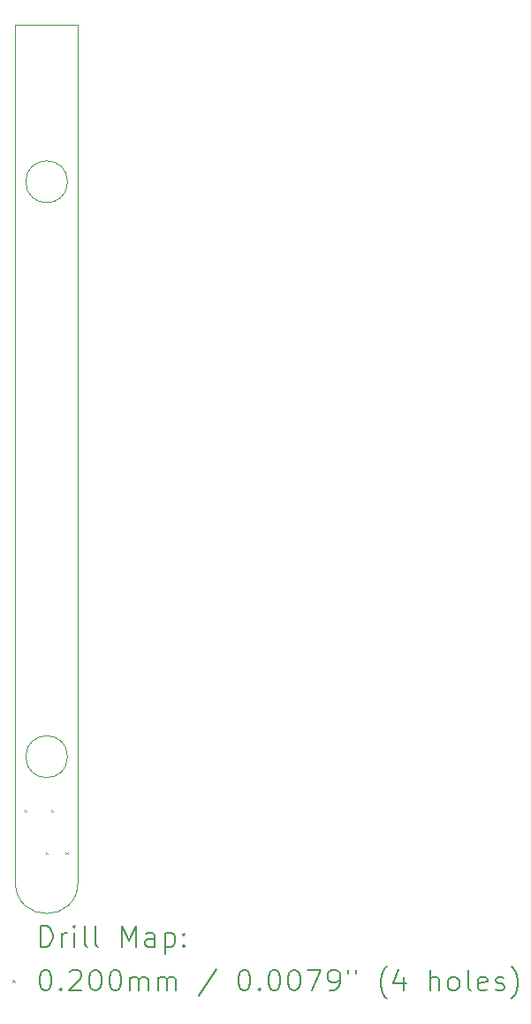
<source format=gbr>
%TF.GenerationSoftware,KiCad,Pcbnew,7.0.1-3b83917a11~172~ubuntu22.04.1*%
%TF.CreationDate,2023-04-18T10:06:11+02:00*%
%TF.ProjectId,part3,70617274-332e-46b6-9963-61645f706362,rev?*%
%TF.SameCoordinates,Original*%
%TF.FileFunction,Drillmap*%
%TF.FilePolarity,Positive*%
%FSLAX45Y45*%
G04 Gerber Fmt 4.5, Leading zero omitted, Abs format (unit mm)*
G04 Created by KiCad (PCBNEW 7.0.1-3b83917a11~172~ubuntu22.04.1) date 2023-04-18 10:06:11*
%MOMM*%
%LPD*%
G01*
G04 APERTURE LIST*
%ADD10C,0.100000*%
%ADD11C,0.200000*%
%ADD12C,0.020000*%
G04 APERTURE END LIST*
D10*
X14701000Y-13153400D02*
X14701000Y-4953400D01*
X14101000Y-13153400D02*
G75*
G03*
X14701000Y-13153400I300000J0D01*
G01*
X14101000Y-13153400D02*
X14101000Y-4953400D01*
X14101000Y-4953400D02*
X14701000Y-4953400D01*
X14601000Y-6453400D02*
G75*
G03*
X14601000Y-6453400I-200000J0D01*
G01*
X14601000Y-11953400D02*
G75*
G03*
X14601000Y-11953400I-200000J0D01*
G01*
D11*
D12*
X14188600Y-12461400D02*
X14208600Y-12481400D01*
X14208600Y-12461400D02*
X14188600Y-12481400D01*
X14391800Y-12867800D02*
X14411800Y-12887800D01*
X14411800Y-12867800D02*
X14391800Y-12887800D01*
X14442600Y-12461400D02*
X14462600Y-12481400D01*
X14462600Y-12461400D02*
X14442600Y-12481400D01*
X14583350Y-12867800D02*
X14603350Y-12887800D01*
X14603350Y-12867800D02*
X14583350Y-12887800D01*
D11*
X14343619Y-13770924D02*
X14343619Y-13570924D01*
X14343619Y-13570924D02*
X14391238Y-13570924D01*
X14391238Y-13570924D02*
X14419809Y-13580448D01*
X14419809Y-13580448D02*
X14438857Y-13599495D01*
X14438857Y-13599495D02*
X14448381Y-13618543D01*
X14448381Y-13618543D02*
X14457905Y-13656638D01*
X14457905Y-13656638D02*
X14457905Y-13685209D01*
X14457905Y-13685209D02*
X14448381Y-13723305D01*
X14448381Y-13723305D02*
X14438857Y-13742352D01*
X14438857Y-13742352D02*
X14419809Y-13761400D01*
X14419809Y-13761400D02*
X14391238Y-13770924D01*
X14391238Y-13770924D02*
X14343619Y-13770924D01*
X14543619Y-13770924D02*
X14543619Y-13637590D01*
X14543619Y-13675686D02*
X14553143Y-13656638D01*
X14553143Y-13656638D02*
X14562667Y-13647114D01*
X14562667Y-13647114D02*
X14581714Y-13637590D01*
X14581714Y-13637590D02*
X14600762Y-13637590D01*
X14667428Y-13770924D02*
X14667428Y-13637590D01*
X14667428Y-13570924D02*
X14657905Y-13580448D01*
X14657905Y-13580448D02*
X14667428Y-13589971D01*
X14667428Y-13589971D02*
X14676952Y-13580448D01*
X14676952Y-13580448D02*
X14667428Y-13570924D01*
X14667428Y-13570924D02*
X14667428Y-13589971D01*
X14791238Y-13770924D02*
X14772190Y-13761400D01*
X14772190Y-13761400D02*
X14762667Y-13742352D01*
X14762667Y-13742352D02*
X14762667Y-13570924D01*
X14896000Y-13770924D02*
X14876952Y-13761400D01*
X14876952Y-13761400D02*
X14867428Y-13742352D01*
X14867428Y-13742352D02*
X14867428Y-13570924D01*
X15124571Y-13770924D02*
X15124571Y-13570924D01*
X15124571Y-13570924D02*
X15191238Y-13713781D01*
X15191238Y-13713781D02*
X15257905Y-13570924D01*
X15257905Y-13570924D02*
X15257905Y-13770924D01*
X15438857Y-13770924D02*
X15438857Y-13666162D01*
X15438857Y-13666162D02*
X15429333Y-13647114D01*
X15429333Y-13647114D02*
X15410286Y-13637590D01*
X15410286Y-13637590D02*
X15372190Y-13637590D01*
X15372190Y-13637590D02*
X15353143Y-13647114D01*
X15438857Y-13761400D02*
X15419809Y-13770924D01*
X15419809Y-13770924D02*
X15372190Y-13770924D01*
X15372190Y-13770924D02*
X15353143Y-13761400D01*
X15353143Y-13761400D02*
X15343619Y-13742352D01*
X15343619Y-13742352D02*
X15343619Y-13723305D01*
X15343619Y-13723305D02*
X15353143Y-13704257D01*
X15353143Y-13704257D02*
X15372190Y-13694733D01*
X15372190Y-13694733D02*
X15419809Y-13694733D01*
X15419809Y-13694733D02*
X15438857Y-13685209D01*
X15534095Y-13637590D02*
X15534095Y-13837590D01*
X15534095Y-13647114D02*
X15553143Y-13637590D01*
X15553143Y-13637590D02*
X15591238Y-13637590D01*
X15591238Y-13637590D02*
X15610286Y-13647114D01*
X15610286Y-13647114D02*
X15619809Y-13656638D01*
X15619809Y-13656638D02*
X15629333Y-13675686D01*
X15629333Y-13675686D02*
X15629333Y-13732828D01*
X15629333Y-13732828D02*
X15619809Y-13751876D01*
X15619809Y-13751876D02*
X15610286Y-13761400D01*
X15610286Y-13761400D02*
X15591238Y-13770924D01*
X15591238Y-13770924D02*
X15553143Y-13770924D01*
X15553143Y-13770924D02*
X15534095Y-13761400D01*
X15715048Y-13751876D02*
X15724571Y-13761400D01*
X15724571Y-13761400D02*
X15715048Y-13770924D01*
X15715048Y-13770924D02*
X15705524Y-13761400D01*
X15705524Y-13761400D02*
X15715048Y-13751876D01*
X15715048Y-13751876D02*
X15715048Y-13770924D01*
X15715048Y-13647114D02*
X15724571Y-13656638D01*
X15724571Y-13656638D02*
X15715048Y-13666162D01*
X15715048Y-13666162D02*
X15705524Y-13656638D01*
X15705524Y-13656638D02*
X15715048Y-13647114D01*
X15715048Y-13647114D02*
X15715048Y-13666162D01*
D12*
X14076000Y-14088400D02*
X14096000Y-14108400D01*
X14096000Y-14088400D02*
X14076000Y-14108400D01*
D11*
X14381714Y-13990924D02*
X14400762Y-13990924D01*
X14400762Y-13990924D02*
X14419809Y-14000448D01*
X14419809Y-14000448D02*
X14429333Y-14009971D01*
X14429333Y-14009971D02*
X14438857Y-14029019D01*
X14438857Y-14029019D02*
X14448381Y-14067114D01*
X14448381Y-14067114D02*
X14448381Y-14114733D01*
X14448381Y-14114733D02*
X14438857Y-14152828D01*
X14438857Y-14152828D02*
X14429333Y-14171876D01*
X14429333Y-14171876D02*
X14419809Y-14181400D01*
X14419809Y-14181400D02*
X14400762Y-14190924D01*
X14400762Y-14190924D02*
X14381714Y-14190924D01*
X14381714Y-14190924D02*
X14362667Y-14181400D01*
X14362667Y-14181400D02*
X14353143Y-14171876D01*
X14353143Y-14171876D02*
X14343619Y-14152828D01*
X14343619Y-14152828D02*
X14334095Y-14114733D01*
X14334095Y-14114733D02*
X14334095Y-14067114D01*
X14334095Y-14067114D02*
X14343619Y-14029019D01*
X14343619Y-14029019D02*
X14353143Y-14009971D01*
X14353143Y-14009971D02*
X14362667Y-14000448D01*
X14362667Y-14000448D02*
X14381714Y-13990924D01*
X14534095Y-14171876D02*
X14543619Y-14181400D01*
X14543619Y-14181400D02*
X14534095Y-14190924D01*
X14534095Y-14190924D02*
X14524571Y-14181400D01*
X14524571Y-14181400D02*
X14534095Y-14171876D01*
X14534095Y-14171876D02*
X14534095Y-14190924D01*
X14619809Y-14009971D02*
X14629333Y-14000448D01*
X14629333Y-14000448D02*
X14648381Y-13990924D01*
X14648381Y-13990924D02*
X14696000Y-13990924D01*
X14696000Y-13990924D02*
X14715048Y-14000448D01*
X14715048Y-14000448D02*
X14724571Y-14009971D01*
X14724571Y-14009971D02*
X14734095Y-14029019D01*
X14734095Y-14029019D02*
X14734095Y-14048067D01*
X14734095Y-14048067D02*
X14724571Y-14076638D01*
X14724571Y-14076638D02*
X14610286Y-14190924D01*
X14610286Y-14190924D02*
X14734095Y-14190924D01*
X14857905Y-13990924D02*
X14876952Y-13990924D01*
X14876952Y-13990924D02*
X14896000Y-14000448D01*
X14896000Y-14000448D02*
X14905524Y-14009971D01*
X14905524Y-14009971D02*
X14915048Y-14029019D01*
X14915048Y-14029019D02*
X14924571Y-14067114D01*
X14924571Y-14067114D02*
X14924571Y-14114733D01*
X14924571Y-14114733D02*
X14915048Y-14152828D01*
X14915048Y-14152828D02*
X14905524Y-14171876D01*
X14905524Y-14171876D02*
X14896000Y-14181400D01*
X14896000Y-14181400D02*
X14876952Y-14190924D01*
X14876952Y-14190924D02*
X14857905Y-14190924D01*
X14857905Y-14190924D02*
X14838857Y-14181400D01*
X14838857Y-14181400D02*
X14829333Y-14171876D01*
X14829333Y-14171876D02*
X14819809Y-14152828D01*
X14819809Y-14152828D02*
X14810286Y-14114733D01*
X14810286Y-14114733D02*
X14810286Y-14067114D01*
X14810286Y-14067114D02*
X14819809Y-14029019D01*
X14819809Y-14029019D02*
X14829333Y-14009971D01*
X14829333Y-14009971D02*
X14838857Y-14000448D01*
X14838857Y-14000448D02*
X14857905Y-13990924D01*
X15048381Y-13990924D02*
X15067429Y-13990924D01*
X15067429Y-13990924D02*
X15086476Y-14000448D01*
X15086476Y-14000448D02*
X15096000Y-14009971D01*
X15096000Y-14009971D02*
X15105524Y-14029019D01*
X15105524Y-14029019D02*
X15115048Y-14067114D01*
X15115048Y-14067114D02*
X15115048Y-14114733D01*
X15115048Y-14114733D02*
X15105524Y-14152828D01*
X15105524Y-14152828D02*
X15096000Y-14171876D01*
X15096000Y-14171876D02*
X15086476Y-14181400D01*
X15086476Y-14181400D02*
X15067429Y-14190924D01*
X15067429Y-14190924D02*
X15048381Y-14190924D01*
X15048381Y-14190924D02*
X15029333Y-14181400D01*
X15029333Y-14181400D02*
X15019809Y-14171876D01*
X15019809Y-14171876D02*
X15010286Y-14152828D01*
X15010286Y-14152828D02*
X15000762Y-14114733D01*
X15000762Y-14114733D02*
X15000762Y-14067114D01*
X15000762Y-14067114D02*
X15010286Y-14029019D01*
X15010286Y-14029019D02*
X15019809Y-14009971D01*
X15019809Y-14009971D02*
X15029333Y-14000448D01*
X15029333Y-14000448D02*
X15048381Y-13990924D01*
X15200762Y-14190924D02*
X15200762Y-14057590D01*
X15200762Y-14076638D02*
X15210286Y-14067114D01*
X15210286Y-14067114D02*
X15229333Y-14057590D01*
X15229333Y-14057590D02*
X15257905Y-14057590D01*
X15257905Y-14057590D02*
X15276952Y-14067114D01*
X15276952Y-14067114D02*
X15286476Y-14086162D01*
X15286476Y-14086162D02*
X15286476Y-14190924D01*
X15286476Y-14086162D02*
X15296000Y-14067114D01*
X15296000Y-14067114D02*
X15315048Y-14057590D01*
X15315048Y-14057590D02*
X15343619Y-14057590D01*
X15343619Y-14057590D02*
X15362667Y-14067114D01*
X15362667Y-14067114D02*
X15372190Y-14086162D01*
X15372190Y-14086162D02*
X15372190Y-14190924D01*
X15467429Y-14190924D02*
X15467429Y-14057590D01*
X15467429Y-14076638D02*
X15476952Y-14067114D01*
X15476952Y-14067114D02*
X15496000Y-14057590D01*
X15496000Y-14057590D02*
X15524571Y-14057590D01*
X15524571Y-14057590D02*
X15543619Y-14067114D01*
X15543619Y-14067114D02*
X15553143Y-14086162D01*
X15553143Y-14086162D02*
X15553143Y-14190924D01*
X15553143Y-14086162D02*
X15562667Y-14067114D01*
X15562667Y-14067114D02*
X15581714Y-14057590D01*
X15581714Y-14057590D02*
X15610286Y-14057590D01*
X15610286Y-14057590D02*
X15629333Y-14067114D01*
X15629333Y-14067114D02*
X15638857Y-14086162D01*
X15638857Y-14086162D02*
X15638857Y-14190924D01*
X16029333Y-13981400D02*
X15857905Y-14238543D01*
X16286476Y-13990924D02*
X16305524Y-13990924D01*
X16305524Y-13990924D02*
X16324572Y-14000448D01*
X16324572Y-14000448D02*
X16334095Y-14009971D01*
X16334095Y-14009971D02*
X16343619Y-14029019D01*
X16343619Y-14029019D02*
X16353143Y-14067114D01*
X16353143Y-14067114D02*
X16353143Y-14114733D01*
X16353143Y-14114733D02*
X16343619Y-14152828D01*
X16343619Y-14152828D02*
X16334095Y-14171876D01*
X16334095Y-14171876D02*
X16324572Y-14181400D01*
X16324572Y-14181400D02*
X16305524Y-14190924D01*
X16305524Y-14190924D02*
X16286476Y-14190924D01*
X16286476Y-14190924D02*
X16267429Y-14181400D01*
X16267429Y-14181400D02*
X16257905Y-14171876D01*
X16257905Y-14171876D02*
X16248381Y-14152828D01*
X16248381Y-14152828D02*
X16238857Y-14114733D01*
X16238857Y-14114733D02*
X16238857Y-14067114D01*
X16238857Y-14067114D02*
X16248381Y-14029019D01*
X16248381Y-14029019D02*
X16257905Y-14009971D01*
X16257905Y-14009971D02*
X16267429Y-14000448D01*
X16267429Y-14000448D02*
X16286476Y-13990924D01*
X16438857Y-14171876D02*
X16448381Y-14181400D01*
X16448381Y-14181400D02*
X16438857Y-14190924D01*
X16438857Y-14190924D02*
X16429333Y-14181400D01*
X16429333Y-14181400D02*
X16438857Y-14171876D01*
X16438857Y-14171876D02*
X16438857Y-14190924D01*
X16572191Y-13990924D02*
X16591238Y-13990924D01*
X16591238Y-13990924D02*
X16610286Y-14000448D01*
X16610286Y-14000448D02*
X16619810Y-14009971D01*
X16619810Y-14009971D02*
X16629333Y-14029019D01*
X16629333Y-14029019D02*
X16638857Y-14067114D01*
X16638857Y-14067114D02*
X16638857Y-14114733D01*
X16638857Y-14114733D02*
X16629333Y-14152828D01*
X16629333Y-14152828D02*
X16619810Y-14171876D01*
X16619810Y-14171876D02*
X16610286Y-14181400D01*
X16610286Y-14181400D02*
X16591238Y-14190924D01*
X16591238Y-14190924D02*
X16572191Y-14190924D01*
X16572191Y-14190924D02*
X16553143Y-14181400D01*
X16553143Y-14181400D02*
X16543619Y-14171876D01*
X16543619Y-14171876D02*
X16534095Y-14152828D01*
X16534095Y-14152828D02*
X16524572Y-14114733D01*
X16524572Y-14114733D02*
X16524572Y-14067114D01*
X16524572Y-14067114D02*
X16534095Y-14029019D01*
X16534095Y-14029019D02*
X16543619Y-14009971D01*
X16543619Y-14009971D02*
X16553143Y-14000448D01*
X16553143Y-14000448D02*
X16572191Y-13990924D01*
X16762667Y-13990924D02*
X16781715Y-13990924D01*
X16781715Y-13990924D02*
X16800762Y-14000448D01*
X16800762Y-14000448D02*
X16810286Y-14009971D01*
X16810286Y-14009971D02*
X16819810Y-14029019D01*
X16819810Y-14029019D02*
X16829334Y-14067114D01*
X16829334Y-14067114D02*
X16829334Y-14114733D01*
X16829334Y-14114733D02*
X16819810Y-14152828D01*
X16819810Y-14152828D02*
X16810286Y-14171876D01*
X16810286Y-14171876D02*
X16800762Y-14181400D01*
X16800762Y-14181400D02*
X16781715Y-14190924D01*
X16781715Y-14190924D02*
X16762667Y-14190924D01*
X16762667Y-14190924D02*
X16743619Y-14181400D01*
X16743619Y-14181400D02*
X16734095Y-14171876D01*
X16734095Y-14171876D02*
X16724572Y-14152828D01*
X16724572Y-14152828D02*
X16715048Y-14114733D01*
X16715048Y-14114733D02*
X16715048Y-14067114D01*
X16715048Y-14067114D02*
X16724572Y-14029019D01*
X16724572Y-14029019D02*
X16734095Y-14009971D01*
X16734095Y-14009971D02*
X16743619Y-14000448D01*
X16743619Y-14000448D02*
X16762667Y-13990924D01*
X16896000Y-13990924D02*
X17029334Y-13990924D01*
X17029334Y-13990924D02*
X16943619Y-14190924D01*
X17115048Y-14190924D02*
X17153143Y-14190924D01*
X17153143Y-14190924D02*
X17172191Y-14181400D01*
X17172191Y-14181400D02*
X17181715Y-14171876D01*
X17181715Y-14171876D02*
X17200762Y-14143305D01*
X17200762Y-14143305D02*
X17210286Y-14105209D01*
X17210286Y-14105209D02*
X17210286Y-14029019D01*
X17210286Y-14029019D02*
X17200762Y-14009971D01*
X17200762Y-14009971D02*
X17191238Y-14000448D01*
X17191238Y-14000448D02*
X17172191Y-13990924D01*
X17172191Y-13990924D02*
X17134095Y-13990924D01*
X17134095Y-13990924D02*
X17115048Y-14000448D01*
X17115048Y-14000448D02*
X17105524Y-14009971D01*
X17105524Y-14009971D02*
X17096000Y-14029019D01*
X17096000Y-14029019D02*
X17096000Y-14076638D01*
X17096000Y-14076638D02*
X17105524Y-14095686D01*
X17105524Y-14095686D02*
X17115048Y-14105209D01*
X17115048Y-14105209D02*
X17134095Y-14114733D01*
X17134095Y-14114733D02*
X17172191Y-14114733D01*
X17172191Y-14114733D02*
X17191238Y-14105209D01*
X17191238Y-14105209D02*
X17200762Y-14095686D01*
X17200762Y-14095686D02*
X17210286Y-14076638D01*
X17286476Y-13990924D02*
X17286476Y-14029019D01*
X17362667Y-13990924D02*
X17362667Y-14029019D01*
X17657905Y-14267114D02*
X17648381Y-14257590D01*
X17648381Y-14257590D02*
X17629334Y-14229019D01*
X17629334Y-14229019D02*
X17619810Y-14209971D01*
X17619810Y-14209971D02*
X17610286Y-14181400D01*
X17610286Y-14181400D02*
X17600762Y-14133781D01*
X17600762Y-14133781D02*
X17600762Y-14095686D01*
X17600762Y-14095686D02*
X17610286Y-14048067D01*
X17610286Y-14048067D02*
X17619810Y-14019495D01*
X17619810Y-14019495D02*
X17629334Y-14000448D01*
X17629334Y-14000448D02*
X17648381Y-13971876D01*
X17648381Y-13971876D02*
X17657905Y-13962352D01*
X17819810Y-14057590D02*
X17819810Y-14190924D01*
X17772191Y-13981400D02*
X17724572Y-14124257D01*
X17724572Y-14124257D02*
X17848381Y-14124257D01*
X18076953Y-14190924D02*
X18076953Y-13990924D01*
X18162667Y-14190924D02*
X18162667Y-14086162D01*
X18162667Y-14086162D02*
X18153143Y-14067114D01*
X18153143Y-14067114D02*
X18134096Y-14057590D01*
X18134096Y-14057590D02*
X18105524Y-14057590D01*
X18105524Y-14057590D02*
X18086477Y-14067114D01*
X18086477Y-14067114D02*
X18076953Y-14076638D01*
X18286477Y-14190924D02*
X18267429Y-14181400D01*
X18267429Y-14181400D02*
X18257905Y-14171876D01*
X18257905Y-14171876D02*
X18248381Y-14152828D01*
X18248381Y-14152828D02*
X18248381Y-14095686D01*
X18248381Y-14095686D02*
X18257905Y-14076638D01*
X18257905Y-14076638D02*
X18267429Y-14067114D01*
X18267429Y-14067114D02*
X18286477Y-14057590D01*
X18286477Y-14057590D02*
X18315048Y-14057590D01*
X18315048Y-14057590D02*
X18334096Y-14067114D01*
X18334096Y-14067114D02*
X18343619Y-14076638D01*
X18343619Y-14076638D02*
X18353143Y-14095686D01*
X18353143Y-14095686D02*
X18353143Y-14152828D01*
X18353143Y-14152828D02*
X18343619Y-14171876D01*
X18343619Y-14171876D02*
X18334096Y-14181400D01*
X18334096Y-14181400D02*
X18315048Y-14190924D01*
X18315048Y-14190924D02*
X18286477Y-14190924D01*
X18467429Y-14190924D02*
X18448381Y-14181400D01*
X18448381Y-14181400D02*
X18438858Y-14162352D01*
X18438858Y-14162352D02*
X18438858Y-13990924D01*
X18619810Y-14181400D02*
X18600762Y-14190924D01*
X18600762Y-14190924D02*
X18562667Y-14190924D01*
X18562667Y-14190924D02*
X18543619Y-14181400D01*
X18543619Y-14181400D02*
X18534096Y-14162352D01*
X18534096Y-14162352D02*
X18534096Y-14086162D01*
X18534096Y-14086162D02*
X18543619Y-14067114D01*
X18543619Y-14067114D02*
X18562667Y-14057590D01*
X18562667Y-14057590D02*
X18600762Y-14057590D01*
X18600762Y-14057590D02*
X18619810Y-14067114D01*
X18619810Y-14067114D02*
X18629334Y-14086162D01*
X18629334Y-14086162D02*
X18629334Y-14105209D01*
X18629334Y-14105209D02*
X18534096Y-14124257D01*
X18705524Y-14181400D02*
X18724572Y-14190924D01*
X18724572Y-14190924D02*
X18762667Y-14190924D01*
X18762667Y-14190924D02*
X18781715Y-14181400D01*
X18781715Y-14181400D02*
X18791239Y-14162352D01*
X18791239Y-14162352D02*
X18791239Y-14152828D01*
X18791239Y-14152828D02*
X18781715Y-14133781D01*
X18781715Y-14133781D02*
X18762667Y-14124257D01*
X18762667Y-14124257D02*
X18734096Y-14124257D01*
X18734096Y-14124257D02*
X18715048Y-14114733D01*
X18715048Y-14114733D02*
X18705524Y-14095686D01*
X18705524Y-14095686D02*
X18705524Y-14086162D01*
X18705524Y-14086162D02*
X18715048Y-14067114D01*
X18715048Y-14067114D02*
X18734096Y-14057590D01*
X18734096Y-14057590D02*
X18762667Y-14057590D01*
X18762667Y-14057590D02*
X18781715Y-14067114D01*
X18857905Y-14267114D02*
X18867429Y-14257590D01*
X18867429Y-14257590D02*
X18886477Y-14229019D01*
X18886477Y-14229019D02*
X18896000Y-14209971D01*
X18896000Y-14209971D02*
X18905524Y-14181400D01*
X18905524Y-14181400D02*
X18915048Y-14133781D01*
X18915048Y-14133781D02*
X18915048Y-14095686D01*
X18915048Y-14095686D02*
X18905524Y-14048067D01*
X18905524Y-14048067D02*
X18896000Y-14019495D01*
X18896000Y-14019495D02*
X18886477Y-14000448D01*
X18886477Y-14000448D02*
X18867429Y-13971876D01*
X18867429Y-13971876D02*
X18857905Y-13962352D01*
M02*

</source>
